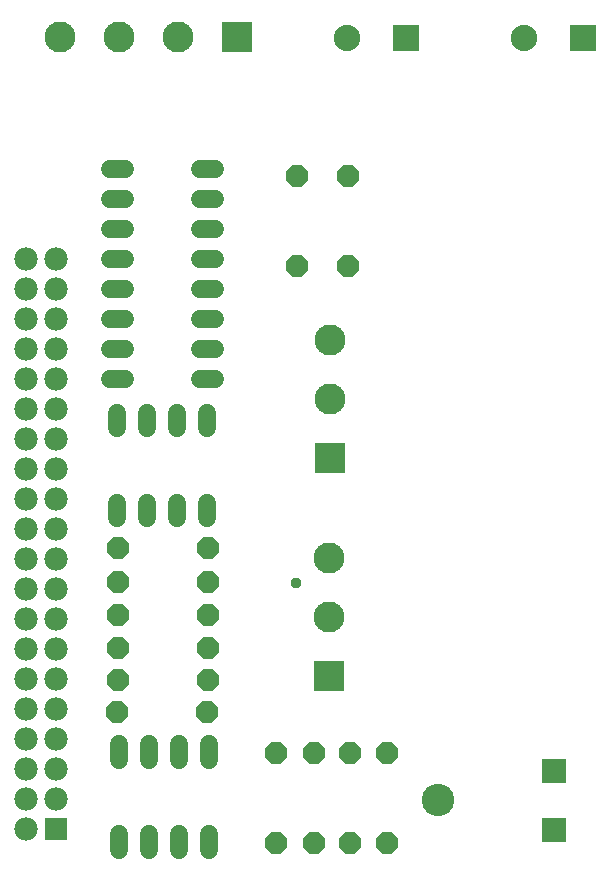
<source format=gbr>
G04 EAGLE Gerber RS-274X export*
G75*
%MOMM*%
%FSLAX34Y34*%
%LPD*%
%INSoldermask Bottom*%
%IPPOS*%
%AMOC8*
5,1,8,0,0,1.08239X$1,22.5*%
G01*
%ADD10C,2.743200*%
%ADD11R,2.153200X2.153200*%
%ADD12C,1.524000*%
%ADD13R,1.981200X1.981200*%
%ADD14C,1.981200*%
%ADD15R,2.235200X2.235200*%
%ADD16C,2.235200*%
%ADD17P,2.034460X8X112.500000*%
%ADD18R,2.616200X2.616200*%
%ADD19C,2.616200*%
%ADD20P,2.034460X8X202.500000*%
%ADD21P,2.034460X8X292.500000*%
%ADD22P,2.034460X8X22.500000*%
%ADD23C,0.959600*%


D10*
X368900Y63100D03*
D11*
X466900Y38100D03*
X466900Y88100D03*
D12*
X179904Y419500D02*
X166696Y419500D01*
X166696Y444900D02*
X179904Y444900D01*
X179904Y571900D02*
X166696Y571900D01*
X166696Y597300D02*
X179904Y597300D01*
X179904Y470300D02*
X166696Y470300D01*
X166696Y495700D02*
X179904Y495700D01*
X179904Y546500D02*
X166696Y546500D01*
X166696Y521100D02*
X179904Y521100D01*
X103704Y597300D02*
X90496Y597300D01*
X90496Y571900D02*
X103704Y571900D01*
X103704Y546500D02*
X90496Y546500D01*
X90496Y521100D02*
X103704Y521100D01*
X103704Y495700D02*
X90496Y495700D01*
X90496Y470300D02*
X103704Y470300D01*
X103704Y444900D02*
X90496Y444900D01*
X90496Y419500D02*
X103704Y419500D01*
D13*
X45400Y38200D03*
D14*
X20000Y38200D03*
X45400Y63600D03*
X20000Y63600D03*
X45400Y89000D03*
X20000Y89000D03*
X45400Y114400D03*
X20000Y114400D03*
X45400Y139800D03*
X20000Y139800D03*
X45400Y165200D03*
X20000Y165200D03*
X45400Y190600D03*
X20000Y190600D03*
X45400Y216000D03*
X20000Y216000D03*
X45400Y241400D03*
X20000Y241400D03*
X45400Y266800D03*
X20000Y266800D03*
X45400Y292200D03*
X20000Y292200D03*
X45400Y317600D03*
X20000Y317600D03*
X45400Y343000D03*
X20000Y343000D03*
X45400Y368400D03*
X20000Y368400D03*
X45400Y393800D03*
X20000Y393800D03*
X45400Y419200D03*
X20000Y419200D03*
X45400Y444600D03*
X20000Y444600D03*
X45400Y470000D03*
X20000Y470000D03*
X45400Y495400D03*
X20000Y495400D03*
X45400Y520800D03*
X20000Y520800D03*
D15*
X341700Y708500D03*
D16*
X291700Y708500D03*
D15*
X491100Y708700D03*
D16*
X441100Y708700D03*
D17*
X249500Y515400D03*
X249500Y591600D03*
X292300Y515500D03*
X292300Y591700D03*
D18*
X277100Y352400D03*
D19*
X277100Y402400D03*
X277100Y452400D03*
D18*
X276400Y167800D03*
D19*
X276400Y217800D03*
X276400Y267800D03*
D18*
X198500Y709500D03*
D19*
X148500Y709500D03*
X98500Y709500D03*
X48500Y709500D03*
D20*
X173600Y164500D03*
X97400Y164500D03*
D21*
X294000Y102600D03*
X294000Y26400D03*
X325500Y102600D03*
X325500Y26400D03*
X231500Y102600D03*
X231500Y26400D03*
X263500Y102600D03*
X263500Y26400D03*
D20*
X174100Y276500D03*
X97900Y276500D03*
D12*
X98900Y34004D02*
X98900Y20796D01*
X124300Y20796D02*
X124300Y34004D01*
X124300Y96996D02*
X124300Y110204D01*
X98900Y110204D02*
X98900Y96996D01*
X149700Y34004D02*
X149700Y20796D01*
X175100Y20796D02*
X175100Y34004D01*
X149700Y96996D02*
X149700Y110204D01*
X175100Y110204D02*
X175100Y96996D01*
X96900Y301796D02*
X96900Y315004D01*
X122300Y315004D02*
X122300Y301796D01*
X122300Y377996D02*
X122300Y391204D01*
X96900Y391204D02*
X96900Y377996D01*
X147700Y315004D02*
X147700Y301796D01*
X173100Y301796D02*
X173100Y315004D01*
X147700Y377996D02*
X147700Y391204D01*
X173100Y391204D02*
X173100Y377996D01*
D20*
X173100Y138000D03*
X96900Y138000D03*
D22*
X97900Y248000D03*
X174100Y248000D03*
X97900Y191500D03*
X174100Y191500D03*
X97900Y219500D03*
X174100Y219500D03*
D23*
X248412Y246888D03*
M02*

</source>
